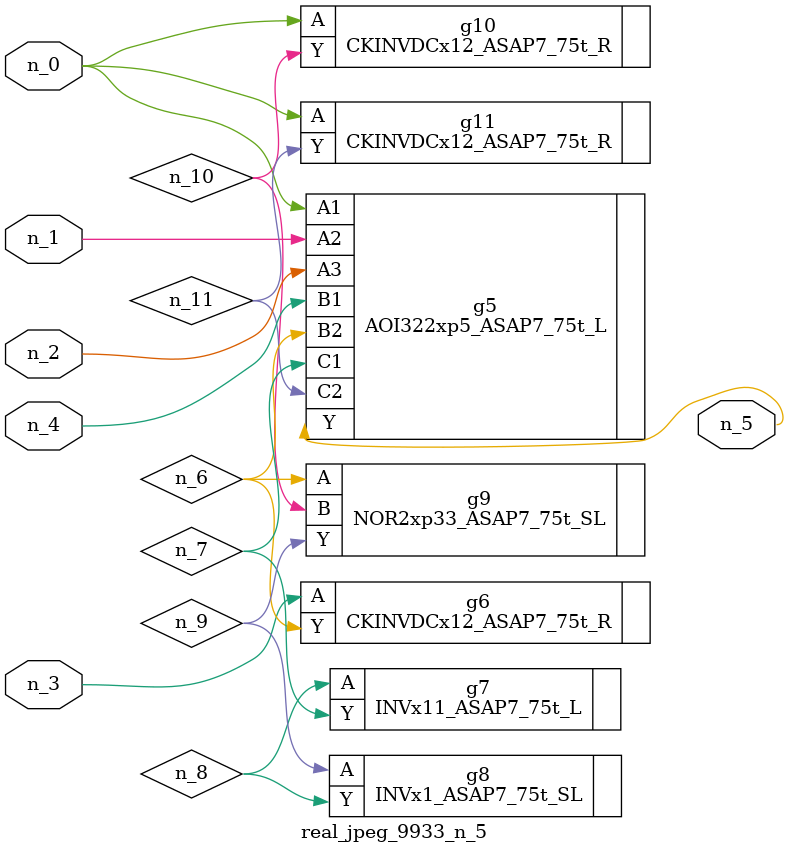
<source format=v>
module real_jpeg_9933_n_5 (n_4, n_0, n_1, n_2, n_3, n_5);

input n_4;
input n_0;
input n_1;
input n_2;
input n_3;

output n_5;

wire n_8;
wire n_11;
wire n_6;
wire n_7;
wire n_10;
wire n_9;

AOI322xp5_ASAP7_75t_L g5 ( 
.A1(n_0),
.A2(n_1),
.A3(n_2),
.B1(n_4),
.B2(n_6),
.C1(n_7),
.C2(n_11),
.Y(n_5)
);

CKINVDCx12_ASAP7_75t_R g10 ( 
.A(n_0),
.Y(n_10)
);

CKINVDCx12_ASAP7_75t_R g11 ( 
.A(n_0),
.Y(n_11)
);

CKINVDCx12_ASAP7_75t_R g6 ( 
.A(n_3),
.Y(n_6)
);

NOR2xp33_ASAP7_75t_SL g9 ( 
.A(n_6),
.B(n_10),
.Y(n_9)
);

INVx11_ASAP7_75t_L g7 ( 
.A(n_8),
.Y(n_7)
);

INVx1_ASAP7_75t_SL g8 ( 
.A(n_9),
.Y(n_8)
);


endmodule
</source>
